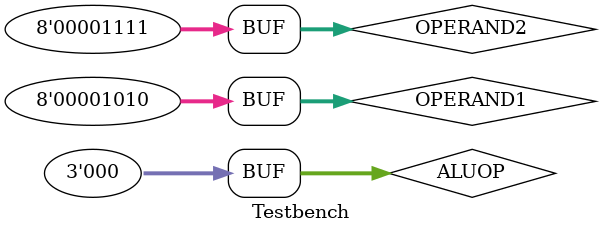
<source format=v>
/*
    * CO224 - Computer Architecture
    * Lab 05 - Part 1
    * Testbench
    * Group 09 (E/20/148, E/20/157)
    * 2024-04-09
    * Version 1.0
*/

// Including modules
`include "alu.v"

// Testbench
module Testbench;
    // Input-Output ports declaration
    reg [7:0] OPERAND1, OPERAND2;
    reg [2:0] ALUOP;
    wire [7:0] RESULT;

    // Instantiate the ALU
    alu myALU(OPERAND1, OPERAND2, RESULT, ALUOP);

    // Simulation
    initial begin
      $dumpfile("Testbench.vcd");
	    $dumpvars(0, myALU);

      OPERAND1 = 10;
      OPERAND2 = 15;

      // ADD operation
      #5 
      ALUOP = 1;
      #5

      // AND operation
      ALUOP = 2;
      #5

      // OR operation
      ALUOP = 3;
      #5

      // FORWARD operation
      ALUOP = 0;
      #5

      $display("Done!");
    end
endmodule
</source>
